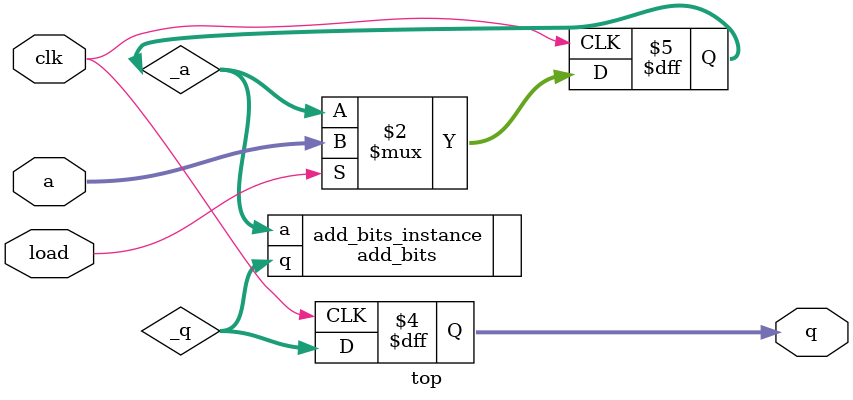
<source format=v>
module top(
input clk,
input load,
input [7:0] a,
output reg [3:0] q
);

//Declare top level inputs clk, load, (1 bit), and a (8-bits)
//Declare top level output q (4 bits)
reg [7:0] _a;
wire [3:0] _q;
//Declare an internal 8-bit reg named _a (the underscore (_) distinguishes it as a separate wire from the port a)
//Declare an internal 4-bit wire named _q

//Always assign q <= _q
//if load is 1, then assign _a <= a
always@(posedge clk)
begin 
q<=_q;
if(load)
_a<=a;
end

//Instantate the add_bits module, and name the instance add_bits_instance
add_bits add_bits_instance(.a(_a), .q(_q));

endmodule
</source>
